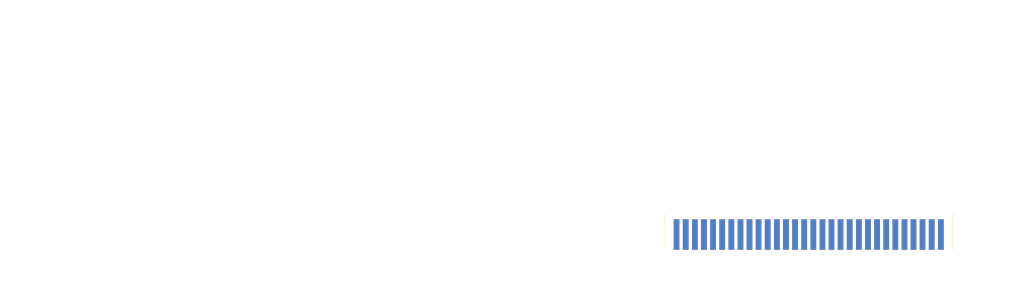
<source format=kicad_pcb>
(kicad_pcb (version 20211014) (generator pcbnew)
  (layers (0 "F.Cu" signal) (31 "B.Cu" signal) (34 "B.Paste" user) (35 "F.Paste" user) (36 "B.SilkS" user "B.Silkscreen") (37 "F.SilkS" user "F.Silkscreen") (38 "B.Mask" user) (39 "F.Mask" user) (44 "Edge.Cuts" user))
  (net 0 "")
  (footprint "MountingHole:MountingHole_3.2mm_M3" (layer "F.Cu") (at 30.4 30.4)
    (fp_text reference "REF**")
    (fp_text value "MountingHole_3.2mm_M3")
    (pad "" np_thru_hole circle locked (at 0 0) (size 3.2 3.2) (drill 3.2) (layers *.Cu *.Mask))
  )
  (footprint "MountingHole:MountingHole_3.2mm_M3" (layer "F.Cu") (at 30.4 95.4)
    (fp_text reference "REF**")
    (fp_text value "MountingHole_3.2mm_M3")
    (pad "" np_thru_hole circle locked (at 0 0) (size 3.2 3.2) (drill 3.2) (layers *.Cu *.Mask))
  )
  (footprint "qx10:BUS_QX10" (layer "F.Cu") (at 283.89 87.295)
    (fp_text reference "CN1")
    (fp_text value "Edge Connector")
    (fp_line (start -77.62 7.85) (end -77.62 -1.98) (layer "F.SilkS") (width 0.12))
    (fp_line (start 2.6 7.85) (end 2.6 -1.98) (layer "F.SilkS") (width 0.12))
    (fp_line (start -77.62 -1.98) (end -78.02 -1.98) (layer "F.SilkS") (width 0.12))
    (fp_line (start 2.6 -1.98) (end 3 -1.98) (layer "F.SilkS") (width 0.12))
    (pad "1" connect rect locked (at -74.34 3.56) (size 1.6 8.5) (layers "F.Cu" "F.Mask"))
    (pad "2" connect rect locked (at -74.34 3.56) (size 1.6 8.5) (layers "B.Cu" "B.Mask"))
    (pad "3" connect rect locked (at -71.8 3.56) (size 1.6 8.5) (layers "F.Cu" "F.Mask"))
    (pad "4" connect rect locked (at -71.8 3.56) (size 1.6 8.5) (layers "B.Cu" "B.Mask"))
    (pad "5" connect rect locked (at -69.26 3.56) (size 1.6 8.5) (layers "F.Cu" "F.Mask"))
    (pad "6" connect rect locked (at -69.26 3.56) (size 1.6 8.5) (layers "B.Cu" "B.Mask"))
    (pad "7" connect rect locked (at -66.72 3.56) (size 1.6 8.5) (layers "F.Cu" "F.Mask"))
    (pad "8" connect rect locked (at -66.72 3.56) (size 1.6 8.5) (layers "B.Cu" "B.Mask"))
    (pad "9" connect rect locked (at -64.18 3.56) (size 1.6 8.5) (layers "F.Cu" "F.Mask"))
    (pad "10" connect rect locked (at -64.18 3.56) (size 1.6 8.5) (layers "B.Cu" "B.Mask"))
    (pad "11" connect rect locked (at -61.64 3.56) (size 1.6 8.5) (layers "F.Cu" "F.Mask"))
    (pad "12" connect rect locked (at -61.64 3.56) (size 1.6 8.5) (layers "B.Cu" "B.Mask"))
    (pad "13" connect rect locked (at -59.1 3.56) (size 1.6 8.5) (layers "F.Cu" "F.Mask"))
    (pad "14" connect rect locked (at -59.1 3.56) (size 1.6 8.5) (layers "B.Cu" "B.Mask"))
    (pad "15" connect rect locked (at -56.56 3.56) (size 1.6 8.5) (layers "F.Cu" "F.Mask"))
    (pad "16" connect rect locked (at -56.56 3.56) (size 1.6 8.5) (layers "B.Cu" "B.Mask"))
    (pad "17" connect rect locked (at -54.02 3.56) (size 1.6 8.5) (layers "F.Cu" "F.Mask"))
    (pad "18" connect rect locked (at -54.02 3.56) (size 1.6 8.5) (layers "B.Cu" "B.Mask"))
    (pad "19" connect rect locked (at -51.48 3.56) (size 1.6 8.5) (layers "F.Cu" "F.Mask"))
    (pad "20" connect rect locked (at -51.48 3.56) (size 1.6 8.5) (layers "B.Cu" "B.Mask"))
    (pad "21" connect rect locked (at -48.94 3.56) (size 1.6 8.5) (layers "F.Cu" "F.Mask"))
    (pad "22" connect rect locked (at -48.94 3.56) (size 1.6 8.5) (layers "B.Cu" "B.Mask"))
    (pad "23" connect rect locked (at -46.4 3.56) (size 1.6 8.5) (layers "F.Cu" "F.Mask"))
    (pad "24" connect rect locked (at -46.4 3.56) (size 1.6 8.5) (layers "B.Cu" "B.Mask"))
    (pad "25" connect rect locked (at -43.86 3.56) (size 1.6 8.5) (layers "F.Cu" "F.Mask"))
    (pad "26" connect rect locked (at -43.86 3.56) (size 1.6 8.5) (layers "B.Cu" "B.Mask"))
    (pad "27" connect rect locked (at -41.32 3.56) (size 1.6 8.5) (layers "F.Cu" "F.Mask"))
    (pad "28" connect rect locked (at -41.32 3.56) (size 1.6 8.5) (layers "B.Cu" "B.Mask"))
    (pad "29" connect rect locked (at -38.78 3.56) (size 1.6 8.5) (layers "F.Cu" "F.Mask"))
    (pad "30" connect rect locked (at -38.78 3.56) (size 1.6 8.5) (layers "B.Cu" "B.Mask"))
    (pad "31" connect rect locked (at -36.24 3.56) (size 1.6 8.5) (layers "F.Cu" "F.Mask"))
    (pad "32" connect rect locked (at -36.24 3.56) (size 1.6 8.5) (layers "B.Cu" "B.Mask"))
    (pad "33" connect rect locked (at -33.7 3.56) (size 1.6 8.5) (layers "F.Cu" "F.Mask"))
    (pad "34" connect rect locked (at -33.7 3.56) (size 1.6 8.5) (layers "B.Cu" "B.Mask"))
    (pad "35" connect rect locked (at -31.16 3.56) (size 1.6 8.5) (layers "F.Cu" "F.Mask"))
    (pad "36" connect rect locked (at -31.16 3.56) (size 1.6 8.5) (layers "B.Cu" "B.Mask"))
    (pad "37" connect rect locked (at -28.62 3.56) (size 1.6 8.5) (layers "F.Cu" "F.Mask"))
    (pad "38" connect rect locked (at -28.62 3.56) (size 1.6 8.5) (layers "B.Cu" "B.Mask"))
    (pad "39" connect rect locked (at -26.08 3.56) (size 1.6 8.5) (layers "F.Cu" "F.Mask"))
    (pad "40" connect rect locked (at -26.08 3.56) (size 1.6 8.5) (layers "B.Cu" "B.Mask"))
    (pad "41" connect rect locked (at -23.54 3.56) (size 1.6 8.5) (layers "F.Cu" "F.Mask"))
    (pad "42" connect rect locked (at -23.54 3.56) (size 1.6 8.5) (layers "B.Cu" "B.Mask"))
    (pad "43" connect rect locked (at -21 3.56) (size 1.6 8.5) (layers "F.Cu" "F.Mask"))
    (pad "44" connect rect locked (at -21 3.56) (size 1.6 8.5) (layers "B.Cu" "B.Mask"))
    (pad "45" connect rect locked (at -18.46 3.56) (size 1.6 8.5) (layers "F.Cu" "F.Mask"))
    (pad "46" connect rect locked (at -18.46 3.56) (size 1.6 8.5) (layers "B.Cu" "B.Mask"))
    (pad "47" connect rect locked (at -15.92 3.56) (size 1.6 8.5) (layers "F.Cu" "F.Mask"))
    (pad "48" connect rect locked (at -15.92 3.56) (size 1.6 8.5) (layers "B.Cu" "B.Mask"))
    (pad "49" connect rect locked (at -13.38 3.56) (size 1.6 8.5) (layers "F.Cu" "F.Mask"))
    (pad "50" connect rect locked (at -13.38 3.56) (size 1.6 8.5) (layers "B.Cu" "B.Mask"))
    (pad "51" connect rect locked (at -10.84 3.56) (size 1.6 8.5) (layers "F.Cu" "F.Mask"))
    (pad "52" connect rect locked (at -10.84 3.56) (size 1.6 8.5) (layers "B.Cu" "B.Mask"))
    (pad "53" connect rect locked (at -8.3 3.56) (size 1.6 8.5) (layers "F.Cu" "F.Mask"))
    (pad "54" connect rect locked (at -8.3 3.56) (size 1.6 8.5) (layers "B.Cu" "B.Mask"))
    (pad "55" connect rect locked (at -5.76 3.56) (size 1.6 8.5) (layers "F.Cu" "F.Mask"))
    (pad "56" connect rect locked (at -5.76 3.56) (size 1.6 8.5) (layers "B.Cu" "B.Mask"))
    (pad "57" connect rect locked (at -3.22 3.56) (size 1.6 8.5) (layers "F.Cu" "F.Mask"))
    (pad "58" connect rect locked (at -3.22 3.56) (size 1.6 8.5) (layers "B.Cu" "B.Mask"))
    (pad "59" connect rect locked (at -0.68 3.56) (size 1.6 8.5) (layers "F.Cu" "F.Mask"))
    (pad "60" connect rect locked (at -0.68 3.56) (size 1.6 8.5) (layers "B.Cu" "B.Mask"))
  )
  (gr_line (start 303.150718 87.4) (end 286.7 87.4) (layer "Edge.Cuts") (width 0.001))
  (gr_line (start 125.4 25.4) (end 306.4 25.4) (layer "Edge.Cuts") (width 0.001))
  (gr_line (start 40.4 97.4) (end 191.4 97.4) (layer "Edge.Cuts") (width 0.001))
  (gr_line (start 36.4 30.4) (end 125.4 30.4) (layer "Edge.Cuts") (width 0.001))
  (gr_line (start 28.9 100.4) (end 40.4 100.4) (layer "Edge.Cuts") (width 0.001))
  (gr_line (start 125.4 25.4) (end 125.4 30.4) (layer "Edge.Cuts") (width 0.001))
  (gr_line (start 206.1 95.4) (end 206.1 87.4) (layer "Edge.Cuts") (width 0.001))
  (gr_line (start 25.4 25.4) (end 25.4 104.4) (layer "Edge.Cuts") (width 0.001))
  (gr_line (start 25.4 25.4) (end 36.4 25.4) (layer "Edge.Cuts") (width 0.001))
  (gr_line (start 191.4 97.4) (end 191.4 87.4) (layer "Edge.Cuts") (width 0.001))
  (gr_line (start 28.9 104.4) (end 28.9 100.4) (layer "Edge.Cuts") (width 0.001))
  (gr_line (start 286.7 87.4) (end 286.7 95.4) (layer "Edge.Cuts") (width 0.001))
  (gr_line (start 306.4 25.4) (end 303.150718 87.4) (layer "Edge.Cuts") (width 0.001))
  (gr_line (start 36.4 25.4) (end 36.4 30.4) (layer "Edge.Cuts") (width 0.001))
  (gr_line (start 40.4 100.4) (end 40.4 97.4) (layer "Edge.Cuts") (width 0.001))
  (gr_line (start 286.7 95.4) (end 206.1 95.4) (layer "Edge.Cuts") (width 0.001))
  (gr_line (start 25.4 104.4) (end 28.9 104.4) (layer "Edge.Cuts") (width 0.001))
  (gr_line (start 191.4 87.4) (end 206.1 87.4) (layer "Edge.Cuts") (width 0.001))
)
</source>
